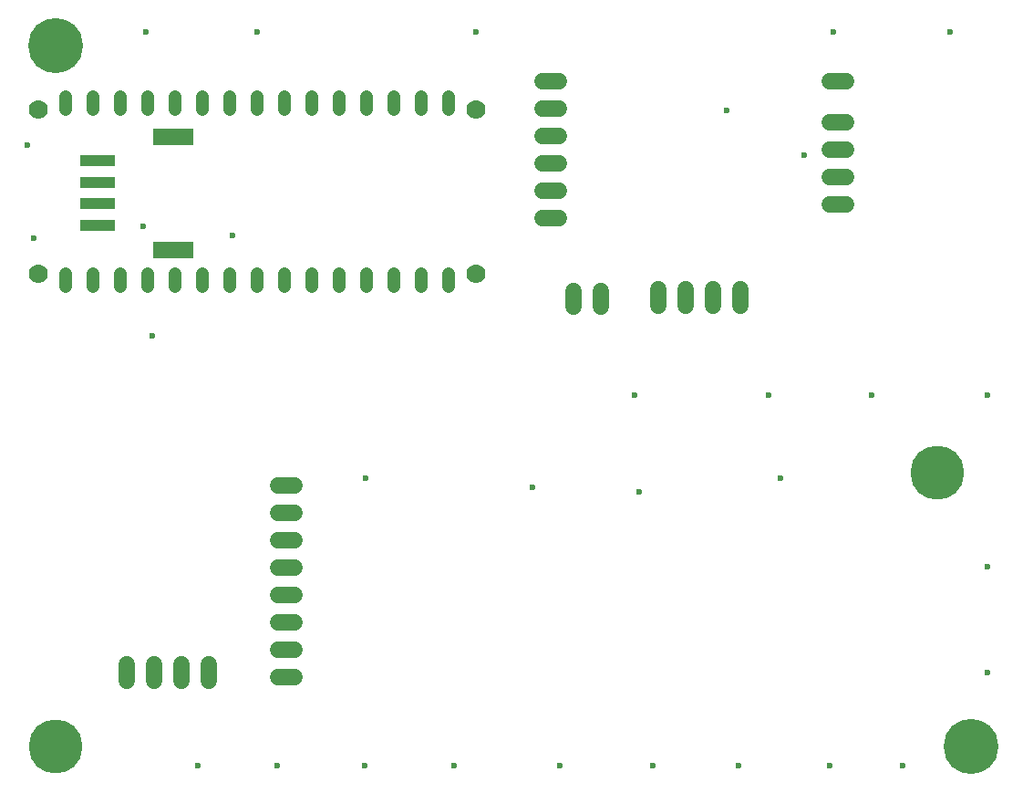
<source format=gbr>
G04 EAGLE Gerber RS-274X export*
G75*
%MOMM*%
%FSLAX34Y34*%
%LPD*%
%INSoldermask Bottom*%
%IPPOS*%
%AMOC8*
5,1,8,0,0,1.08239X$1,22.5*%
G01*
G04 Define Apertures*
%ADD10C,5.100000*%
%ADD11C,5.000000*%
%ADD12C,1.500000*%
%ADD13C,3.000000*%
%ADD14R,3.300000X1.000000*%
%ADD15R,3.800000X1.500000*%
%ADD16C,1.778000*%
%ADD17C,1.200000*%
%ADD18C,0.600000*%
D10*
X50000Y700000D03*
X900000Y50000D03*
D11*
X50000Y50000D03*
X868964Y304000D03*
D12*
X271451Y215888D02*
X256451Y215888D01*
X256451Y139688D02*
X271451Y139688D01*
X271451Y165088D02*
X256451Y165088D01*
X256451Y190488D02*
X271451Y190488D01*
X271451Y114288D02*
X256451Y114288D01*
X256451Y241288D02*
X271451Y241288D01*
X271451Y266688D02*
X256451Y266688D01*
X256451Y292088D02*
X271451Y292088D01*
D13*
X49801Y50388D03*
D14*
X88740Y593500D03*
X88740Y573500D03*
X88740Y553500D03*
X88740Y533500D03*
D15*
X159240Y616000D03*
X159240Y511000D03*
D12*
X769000Y629613D02*
X784000Y629613D01*
X784000Y604113D02*
X769000Y604113D01*
X769000Y578613D02*
X784000Y578613D01*
X784000Y553113D02*
X769000Y553113D01*
X517260Y667300D02*
X502260Y667300D01*
X502260Y641900D02*
X517260Y641900D01*
X517260Y616500D02*
X502260Y616500D01*
X502260Y591100D02*
X517260Y591100D01*
X768960Y667300D02*
X783960Y667300D01*
X517260Y565700D02*
X502260Y565700D01*
X502260Y540300D02*
X517260Y540300D01*
X635360Y474000D02*
X635360Y459000D01*
X609960Y459000D02*
X609960Y474000D01*
X686160Y474000D02*
X686160Y459000D01*
X660760Y459000D02*
X660760Y474000D01*
X556300Y473000D02*
X556300Y458000D01*
X530900Y458000D02*
X530900Y473000D01*
X191900Y126200D02*
X191900Y111200D01*
X166500Y111200D02*
X166500Y126200D01*
X141100Y126200D02*
X141100Y111200D01*
X115700Y111200D02*
X115700Y126200D01*
D16*
X34200Y488963D03*
D17*
X59600Y488963D02*
X59600Y476963D01*
X85000Y476963D02*
X85000Y488963D01*
X110400Y488963D02*
X110400Y476963D01*
X135800Y476963D02*
X135800Y488963D01*
X161200Y488963D02*
X161200Y476963D01*
X186600Y476963D02*
X186600Y488963D01*
X212000Y488963D02*
X212000Y476963D01*
X237400Y476963D02*
X237400Y488963D01*
X262800Y488963D02*
X262800Y476963D01*
X288200Y476963D02*
X288200Y488963D01*
X313600Y488963D02*
X313600Y476963D01*
X339000Y476963D02*
X339000Y488963D01*
X364400Y488963D02*
X364400Y476963D01*
X389800Y476963D02*
X389800Y488963D01*
X415200Y488963D02*
X415200Y476963D01*
X415200Y641363D02*
X415200Y653363D01*
X389800Y653363D02*
X389800Y641363D01*
X364400Y641363D02*
X364400Y653363D01*
X339000Y653363D02*
X339000Y641363D01*
X313600Y641363D02*
X313600Y653363D01*
X288200Y653363D02*
X288200Y641363D01*
X262800Y641363D02*
X262800Y653363D01*
X237400Y653363D02*
X237400Y641363D01*
X212000Y641363D02*
X212000Y653363D01*
X186600Y653363D02*
X186600Y641363D01*
X161200Y641363D02*
X161200Y653363D01*
X135800Y653363D02*
X135800Y641363D01*
X110400Y641363D02*
X110400Y653363D01*
X85000Y653363D02*
X85000Y641363D01*
X59600Y641363D02*
X59600Y653363D01*
D16*
X34200Y641363D03*
X440600Y641363D03*
X440600Y488963D03*
D18*
X24000Y608000D03*
X30000Y522000D03*
X214000Y524000D03*
X673000Y640000D03*
X745000Y599000D03*
X182000Y32000D03*
X256000Y32000D03*
X337000Y32000D03*
X420000Y32000D03*
X518000Y32000D03*
X605000Y32000D03*
X684000Y32000D03*
X769000Y32000D03*
X837000Y32000D03*
X915000Y119000D03*
X915000Y217000D03*
X915000Y376000D03*
X134000Y713000D03*
X237000Y713000D03*
X440000Y713000D03*
X772000Y713000D03*
X881000Y713000D03*
X493000Y291000D03*
X588000Y376000D03*
X592000Y286000D03*
X712000Y376000D03*
X723000Y299000D03*
X808000Y376000D03*
X140000Y431000D03*
X338000Y299000D03*
X131000Y533000D03*
M02*

</source>
